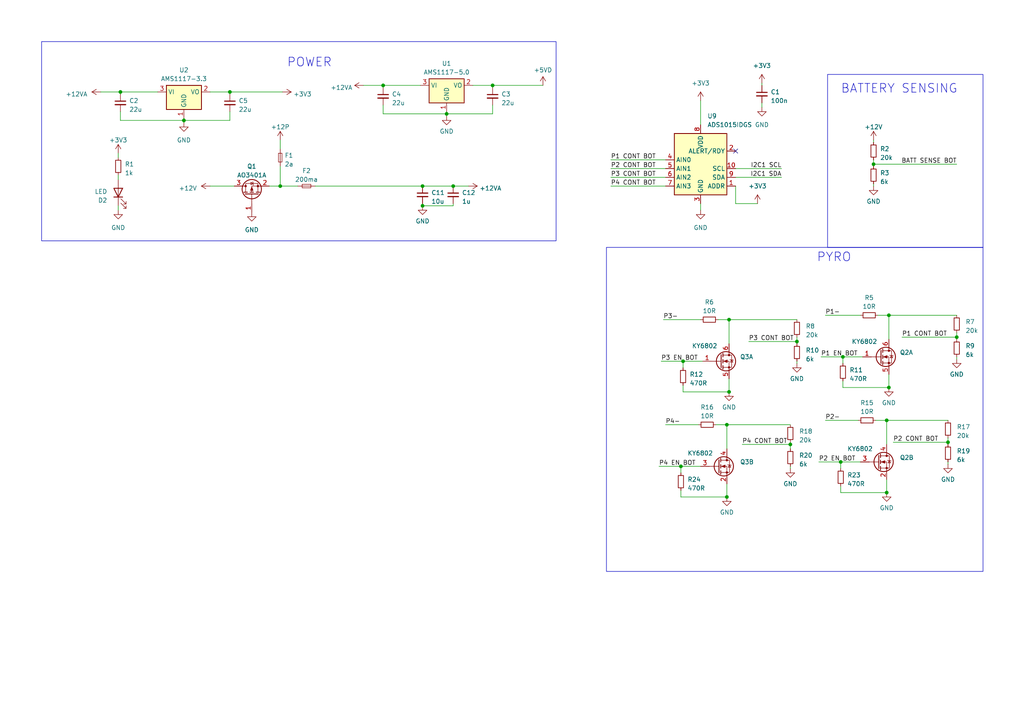
<source format=kicad_sch>
(kicad_sch (version 20230121) (generator eeschema)
  (paper "A4")
  (lib_symbols
    (symbol "Analog_ADC:ADS1015IDGS"
      (property "Reference" "U" (at 2.54 13.97 0))
      (property "Value" "ADS1015IDGS" (at 7.62 11.43 0))
      (symbol "ADS1015IDGS_0_1"
        (rectangle (start -7.62 10.16) (end 7.62 -7.62) (stroke (width 0.254)) (fill (type background)))
      )
      (symbol "ADS1015IDGS_1_1"
        (pin input line (at 10.16 -5.08 180) (length 2.54) (name "ADDR") (number "1"))
        (pin input line (at 10.16 0 180) (length 2.54) (name "SCL") (number "10"))
        (pin output line (at 10.16 5.08 180) (length 2.54) (name "ALERT/RDY") (number "2"))
        (pin power_in line (at 0 -10.16 90) (length 2.54) (name "GND") (number "3"))
        (pin input line (at -10.16 2.54 0) (length 2.54) (name "AIN0") (number "4"))
        (pin input line (at -10.16 0 0) (length 2.54) (name "AIN1") (number "5"))
        (pin input line (at -10.16 -2.54 0) (length 2.54) (name "AIN2") (number "6"))
        (pin input line (at -10.16 -5.08 0) (length 2.54) (name "AIN3") (number "7"))
        (pin power_in line (at 0 12.7 270) (length 2.54) (name "VDD") (number "8"))
        (pin bidirectional line (at 10.16 -2.54 180) (length 2.54) (name "SDA") (number "9"))
      )
    )
    (symbol "Device:C_Small" (pin_numbers hide) (pin_names (offset 0.254) hide)
      (property "Reference" "C" (at 0.254 1.778 0))
      (property "Value" "C_Small" (at 0.254 -2.032 0))
      (symbol "C_Small_0_1"
        (polyline (pts (xy -1.524 -0.508) (xy 1.524 -0.508)) (stroke (width 0.3302)))
        (polyline (pts (xy -1.524 0.508) (xy 1.524 0.508)) (stroke (width 0.3048)))
      )
      (symbol "C_Small_1_1"
        (pin passive line (at 0 2.54 270) (length 2.032) (name "~") (number "1"))
        (pin passive line (at 0 -2.54 90) (length 2.032) (name "~") (number "2"))
      )
    )
    (symbol "Device:Fuse_Small" (pin_numbers hide) (pin_names (offset 0.254) hide)
      (property "Reference" "F" (at 0 -1.524 0))
      (property "Value" "Fuse_Small" (at 0 1.524 0))
      (symbol "Fuse_Small_0_1"
        (rectangle (start -1.27 0.508) (end 1.27 -0.508))
        (polyline (pts (xy -1.27 0) (xy 1.27 0)))
      )
      (symbol "Fuse_Small_1_1"
        (pin passive line (at -2.54 0 0) (length 1.27) (name "~") (number "1"))
        (pin passive line (at 2.54 0 180) (length 1.27) (name "~") (number "2"))
      )
    )
    (symbol "Device:LED" (pin_numbers hide) (pin_names (offset 1.016) hide)
      (property "Reference" "D" (at 0 2.54 0))
      (property "Value" "LED" (at 0 -2.54 0))
      (symbol "LED_0_1"
        (polyline (pts (xy -1.27 -1.27) (xy -1.27 1.27)) (stroke (width 0.254)))
        (polyline (pts (xy -1.27 0) (xy 1.27 0)))
        (polyline (pts (xy 1.27 -1.27) (xy 1.27 1.27) (xy -1.27 0) (xy 1.27 -1.27)) (stroke (width 0.254)))
        (polyline (pts (xy -3.048 -0.762) (xy -4.572 -2.286) (xy -3.81 -2.286) (xy -4.572 -2.286) (xy -4.572 -1.524)))
        (polyline (pts (xy -1.778 -0.762) (xy -3.302 -2.286) (xy -2.54 -2.286) (xy -3.302 -2.286) (xy -3.302 -1.524)))
      )
      (symbol "LED_1_1"
        (pin passive line (at -3.81 0 0) (length 2.54) (name "K") (number "1"))
        (pin passive line (at 3.81 0 180) (length 2.54) (name "A") (number "2"))
      )
    )
    (symbol "Device:Q_Dual_NMOS_G1S2G2D2S1D1" (pin_names (offset 0) hide)
      (property "Reference" "Q" (at 6.35 1.27 0))
      (property "Value" "Q_Dual_NMOS_G1S2G2D2S1D1" (at 19.05 -1.27 0))
      (symbol "Q_Dual_NMOS_G1S2G2D2S1D1_0_1"
        (polyline (pts (xy 0.254 0) (xy -2.54 0)))
        (polyline (pts (xy 0.254 1.905) (xy 0.254 -1.905)) (stroke (width 0.254)))
        (polyline (pts (xy 0.762 -1.27) (xy 0.762 -2.286)) (stroke (width 0.254)))
        (polyline (pts (xy 0.762 0.508) (xy 0.762 -0.508)) (stroke (width 0.254)))
        (polyline (pts (xy 0.762 2.286) (xy 0.762 1.27)) (stroke (width 0.254)))
        (polyline (pts (xy 2.54 2.54) (xy 2.54 1.778)))
        (polyline (pts (xy 2.54 -2.54) (xy 2.54 0) (xy 0.762 0)))
        (polyline (pts (xy 0.762 -1.778) (xy 3.302 -1.778) (xy 3.302 1.778) (xy 0.762 1.778)))
        (polyline (pts (xy 1.016 0) (xy 2.032 0.381) (xy 2.032 -0.381) (xy 1.016 0)) (fill (type outline)))
        (polyline (pts (xy 2.794 0.508) (xy 2.921 0.381) (xy 3.683 0.381) (xy 3.81 0.254)))
        (polyline (pts (xy 3.302 0.381) (xy 2.921 -0.254) (xy 3.683 -0.254) (xy 3.302 0.381)))
        (circle (center 1.651 0) (radius 2.794) (stroke (width 0.254)))
        (circle (center 2.54 -1.778) (radius 0.254) (fill (type outline)))
        (circle (center 2.54 1.778) (radius 0.254) (fill (type outline)))
      )
      (symbol "Q_Dual_NMOS_G1S2G2D2S1D1_1_1"
        (pin input line (at -5.08 0 0) (length 2.54) (name "G") (number "1"))
        (pin passive line (at 2.54 -5.08 90) (length 2.54) (name "S") (number "5"))
        (pin passive line (at 2.54 5.08 270) (length 2.54) (name "D") (number "6"))
      )
      (symbol "Q_Dual_NMOS_G1S2G2D2S1D1_2_1"
        (pin passive line (at 2.54 -5.08 90) (length 2.54) (name "S") (number "2"))
        (pin input line (at -5.08 0 0) (length 2.54) (name "G") (number "3"))
        (pin passive line (at 2.54 5.08 270) (length 2.54) (name "D") (number "4"))
      )
    )
    (symbol "Device:R_Small" (pin_numbers hide) (pin_names (offset 0.254) hide)
      (property "Reference" "R" (at 0.762 0.508 0))
      (property "Value" "R_Small" (at 0.762 -1.016 0))
      (symbol "R_Small_0_1"
        (rectangle (start -0.762 1.778) (end 0.762 -1.778) (stroke (width 0.2032)))
      )
      (symbol "R_Small_1_1"
        (pin passive line (at 0 2.54 270) (length 0.762) (name "~") (number "1"))
        (pin passive line (at 0 -2.54 90) (length 0.762) (name "~") (number "2"))
      )
    )
    (symbol "Regulator_Linear:AMS1117-3.3"
      (property "Reference" "U" (at -3.81 3.175 0))
      (property "Value" "AMS1117-3.3" (at 0 3.175 0))
      (symbol "AMS1117-3.3_0_1"
        (rectangle (start -5.08 -5.08) (end 5.08 1.905) (stroke (width 0.254)) (fill (type background)))
      )
      (symbol "AMS1117-3.3_1_1"
        (pin power_in line (at 0 -7.62 90) (length 2.54) (name "GND") (number "1"))
        (pin power_out line (at 7.62 0 180) (length 2.54) (name "VO") (number "2"))
        (pin power_in line (at -7.62 0 0) (length 2.54) (name "VI") (number "3"))
      )
    )
    (symbol "Regulator_Linear:AMS1117-5.0"
      (property "Reference" "U" (at -3.81 3.175 0))
      (property "Value" "AMS1117-5.0" (at 0 3.175 0))
      (symbol "AMS1117-5.0_0_1"
        (rectangle (start -5.08 -5.08) (end 5.08 1.905) (stroke (width 0.254)) (fill (type background)))
      )
      (symbol "AMS1117-5.0_1_1"
        (pin power_in line (at 0 -7.62 90) (length 2.54) (name "GND") (number "1"))
        (pin power_out line (at 7.62 0 180) (length 2.54) (name "VO") (number "2"))
        (pin power_in line (at -7.62 0 0) (length 2.54) (name "VI") (number "3"))
      )
    )
    (symbol "Transistor_FET:AO3401A" (pin_names hide)
      (property "Reference" "Q" (at 5.08 1.905 0))
      (property "Value" "AO3401A" (at 5.08 0 0))
      (symbol "AO3401A_0_1"
        (polyline (pts (xy 0.254 0) (xy -2.54 0)))
        (polyline (pts (xy 0.254 1.905) (xy 0.254 -1.905)) (stroke (width 0.254)))
        (polyline (pts (xy 0.762 -1.27) (xy 0.762 -2.286)) (stroke (width 0.254)))
        (polyline (pts (xy 0.762 0.508) (xy 0.762 -0.508)) (stroke (width 0.254)))
        (polyline (pts (xy 0.762 2.286) (xy 0.762 1.27)) (stroke (width 0.254)))
        (polyline (pts (xy 2.54 2.54) (xy 2.54 1.778)))
        (polyline (pts (xy 2.54 -2.54) (xy 2.54 0) (xy 0.762 0)))
        (polyline (pts (xy 0.762 1.778) (xy 3.302 1.778) (xy 3.302 -1.778) (xy 0.762 -1.778)))
        (polyline (pts (xy 2.286 0) (xy 1.27 0.381) (xy 1.27 -0.381) (xy 2.286 0)) (fill (type outline)))
        (polyline (pts (xy 2.794 -0.508) (xy 2.921 -0.381) (xy 3.683 -0.381) (xy 3.81 -0.254)))
        (polyline (pts (xy 3.302 -0.381) (xy 2.921 0.254) (xy 3.683 0.254) (xy 3.302 -0.381)))
        (circle (center 1.651 0) (radius 2.794) (stroke (width 0.254)))
        (circle (center 2.54 -1.778) (radius 0.254) (fill (type outline)))
        (circle (center 2.54 1.778) (radius 0.254) (fill (type outline)))
      )
      (symbol "AO3401A_1_1"
        (pin input line (at -5.08 0 0) (length 2.54) (name "G") (number "1"))
        (pin passive line (at 2.54 -5.08 90) (length 2.54) (name "S") (number "2"))
        (pin passive line (at 2.54 5.08 270) (length 2.54) (name "D") (number "3"))
      )
    )
    (symbol "power:+12P" (power) (pin_names (offset 0))
      (property "Value" "+12P" (at 0 3.556 0))
      (symbol "+12P_0_1"
        (polyline (pts (xy -0.762 1.27) (xy 0 2.54)))
        (polyline (pts (xy 0 0) (xy 0 2.54)))
        (polyline (pts (xy 0 2.54) (xy 0.762 1.27)))
      )
      (symbol "+12P_1_1"
        (pin power_in line (at 0 0 90) (length 0) hide (name "+12P") (number "1"))
      )
    )
    (symbol "power:+12V" (power) (pin_names (offset 0))
      (property "Value" "+12V" (at 0 3.556 0))
      (symbol "+12V_0_1"
        (polyline (pts (xy -0.762 1.27) (xy 0 2.54)))
        (polyline (pts (xy 0 0) (xy 0 2.54)))
        (polyline (pts (xy 0 2.54) (xy 0.762 1.27)))
      )
      (symbol "+12V_1_1"
        (pin power_in line (at 0 0 90) (length 0) hide (name "+12V") (number "1"))
      )
    )
    (symbol "power:+12VA" (power) (pin_names (offset 0))
      (property "Value" "+12VA" (at 0 3.556 0))
      (symbol "+12VA_0_1"
        (polyline (pts (xy -0.762 1.27) (xy 0 2.54)))
        (polyline (pts (xy 0 0) (xy 0 2.54)))
        (polyline (pts (xy 0 2.54) (xy 0.762 1.27)))
      )
      (symbol "+12VA_1_1"
        (pin power_in line (at 0 0 90) (length 0) hide (name "+12VA") (number "1"))
      )
    )
    (symbol "power:+3V3" (power) (pin_names (offset 0))
      (property "Value" "+3V3" (at 0 3.556 0))
      (symbol "+3V3_0_1"
        (polyline (pts (xy -0.762 1.27) (xy 0 2.54)))
        (polyline (pts (xy 0 0) (xy 0 2.54)))
        (polyline (pts (xy 0 2.54) (xy 0.762 1.27)))
      )
      (symbol "+3V3_1_1"
        (pin power_in line (at 0 0 90) (length 0) hide (name "+3V3") (number "1"))
      )
    )
    (symbol "power:+5VD" (power) (pin_names (offset 0))
      (property "Value" "+5VD" (at 0 3.556 0))
      (symbol "+5VD_0_1"
        (polyline (pts (xy -0.762 1.27) (xy 0 2.54)))
        (polyline (pts (xy 0 0) (xy 0 2.54)))
        (polyline (pts (xy 0 2.54) (xy 0.762 1.27)))
      )
      (symbol "+5VD_1_1"
        (pin power_in line (at 0 0 90) (length 0) hide (name "+5VD") (number "1"))
      )
    )
    (symbol "power:GND" (power) (pin_names (offset 0))
      (property "Value" "GND" (at 0 -3.81 0))
      (symbol "GND_0_1"
        (polyline (pts (xy 0 0) (xy 0 -1.27) (xy 1.27 -1.27) (xy 0 -2.54) (xy -1.27 -1.27) (xy 0 -1.27)))
      )
      (symbol "GND_1_1"
        (pin power_in line (at 0 0 270) (length 0) hide (name "GND") (number "1"))
      )
    )
  )
  (junction (at 253.365 47.625))
  (junction (at 210.82 144.145))
  (junction (at 129.54 33.02))
  (junction (at 274.955 128.27))
  (junction (at 257.175 142.875))
  (junction (at 111.125 24.765))
  (junction (at 231.14 99.06))
  (junction (at 197.485 135.255))
  (junction (at 198.12 104.775))
  (junction (at 243.84 133.985))
  (junction (at 229.235 128.905))
  (junction (at 277.495 97.79))
  (junction (at 34.925 26.67))
  (junction (at 53.34 34.925))
  (junction (at 257.81 91.44))
  (junction (at 210.82 123.19))
  (junction (at 257.81 112.395))
  (junction (at 122.555 59.69))
  (junction (at 244.475 103.505))
  (junction (at 131.445 53.975))
  (junction (at 122.555 53.975))
  (junction (at 142.875 24.765))
  (junction (at 211.455 113.665))
  (junction (at 66.675 26.67))
  (junction (at 257.175 121.92))
  (junction (at 211.455 92.71))
  (junction (at 81.28 53.975))
  (no_connect (at 213.36 43.815))
  (wire (pts (xy 239.395 121.92) (xy 248.92 121.92)))
  (wire (pts (xy 81.28 53.975) (xy 86.36 53.975)))
  (wire (pts (xy 259.08 128.27) (xy 274.955 128.27)))
  (wire (pts (xy 244.475 105.41) (xy 244.475 103.505)))
  (wire (pts (xy 210.82 140.335) (xy 210.82 144.145)))
  (wire (pts (xy 197.485 144.145) (xy 197.485 142.24)))
  (wire (pts (xy 129.54 33.02) (xy 142.875 33.02)))
  (wire (pts (xy 66.675 26.67) (xy 81.915 26.67)))
  (wire (pts (xy 142.875 33.02) (xy 142.875 30.48)))
  (wire (pts (xy 34.925 26.67) (xy 34.925 27.305)))
  (wire (pts (xy 254 121.92) (xy 257.175 121.92)))
  (wire (pts (xy 231.14 104.775) (xy 231.14 105.41)))
  (wire (pts (xy 203.2 29.21) (xy 203.2 36.195)))
  (wire (pts (xy 177.165 51.435) (xy 193.04 51.435)))
  (wire (pts (xy 45.72 26.67) (xy 34.925 26.67)))
  (wire (pts (xy 231.14 99.06) (xy 231.14 99.695)))
  (wire (pts (xy 177.165 48.895) (xy 193.04 48.895)))
  (wire (pts (xy 142.875 24.765) (xy 142.875 25.4)))
  (wire (pts (xy 60.96 53.975) (xy 67.945 53.975)))
  (wire (pts (xy 257.175 121.92) (xy 257.175 128.905)))
  (wire (pts (xy 220.98 29.845) (xy 220.98 31.115)))
  (wire (pts (xy 105.41 24.765) (xy 111.125 24.765)))
  (wire (pts (xy 34.29 59.69) (xy 34.29 60.96)))
  (wire (pts (xy 198.12 104.775) (xy 203.835 104.775)))
  (wire (pts (xy 211.455 109.855) (xy 211.455 113.665)))
  (wire (pts (xy 210.82 123.19) (xy 210.82 130.175)))
  (wire (pts (xy 60.96 26.67) (xy 66.675 26.67)))
  (wire (pts (xy 34.29 52.07) (xy 34.29 50.8)))
  (wire (pts (xy 53.34 34.925) (xy 66.675 34.925)))
  (wire (pts (xy 192.405 92.71) (xy 203.2 92.71)))
  (wire (pts (xy 243.84 135.89) (xy 243.84 133.985)))
  (wire (pts (xy 254.635 91.44) (xy 257.81 91.44)))
  (wire (pts (xy 111.125 24.765) (xy 111.125 25.4)))
  (wire (pts (xy 191.135 135.255) (xy 197.485 135.255)))
  (wire (pts (xy 78.105 53.975) (xy 81.28 53.975)))
  (wire (pts (xy 131.445 59.69) (xy 122.555 59.69)))
  (wire (pts (xy 66.675 26.67) (xy 66.675 27.305)))
  (wire (pts (xy 177.165 53.975) (xy 193.04 53.975)))
  (wire (pts (xy 257.81 91.44) (xy 277.495 91.44)))
  (wire (pts (xy 34.925 34.925) (xy 53.34 34.925)))
  (wire (pts (xy 244.475 112.395) (xy 244.475 110.49)))
  (wire (pts (xy 213.36 59.055) (xy 219.71 59.055)))
  (wire (pts (xy 135.89 53.975) (xy 131.445 53.975)))
  (wire (pts (xy 197.485 135.255) (xy 203.2 135.255)))
  (wire (pts (xy 253.365 46.355) (xy 253.365 47.625)))
  (wire (pts (xy 211.455 92.71) (xy 211.455 99.695)))
  (wire (pts (xy 210.82 144.145) (xy 197.485 144.145)))
  (wire (pts (xy 277.495 103.505) (xy 277.495 104.14)))
  (wire (pts (xy 253.365 47.625) (xy 253.365 48.26)))
  (wire (pts (xy 253.365 40.64) (xy 253.365 41.275)))
  (wire (pts (xy 277.495 97.79) (xy 277.495 98.425)))
  (wire (pts (xy 220.98 24.13) (xy 220.98 24.765)))
  (wire (pts (xy 257.175 121.92) (xy 274.955 121.92)))
  (wire (pts (xy 131.445 59.055) (xy 131.445 59.69)))
  (wire (pts (xy 215.265 128.905) (xy 229.235 128.905)))
  (wire (pts (xy 261.62 97.79) (xy 277.495 97.79)))
  (wire (pts (xy 217.17 99.06) (xy 231.14 99.06)))
  (wire (pts (xy 34.29 44.45) (xy 34.29 45.72)))
  (wire (pts (xy 274.955 128.27) (xy 274.955 128.905)))
  (wire (pts (xy 213.36 51.435) (xy 226.695 51.435)))
  (wire (pts (xy 34.925 32.385) (xy 34.925 34.925)))
  (wire (pts (xy 66.675 34.925) (xy 66.675 32.385)))
  (wire (pts (xy 197.485 137.16) (xy 197.485 135.255)))
  (wire (pts (xy 257.81 108.585) (xy 257.81 112.395)))
  (wire (pts (xy 231.14 97.79) (xy 231.14 99.06)))
  (wire (pts (xy 91.44 53.975) (xy 122.555 53.975)))
  (wire (pts (xy 29.21 26.67) (xy 34.925 26.67)))
  (wire (pts (xy 211.455 92.71) (xy 231.14 92.71)))
  (wire (pts (xy 238.125 103.505) (xy 244.475 103.505)))
  (wire (pts (xy 137.16 24.765) (xy 142.875 24.765)))
  (wire (pts (xy 131.445 53.975) (xy 122.555 53.975)))
  (wire (pts (xy 211.455 113.665) (xy 198.12 113.665)))
  (wire (pts (xy 129.54 32.385) (xy 129.54 33.02)))
  (wire (pts (xy 207.645 123.19) (xy 210.82 123.19)))
  (wire (pts (xy 257.175 139.065) (xy 257.175 142.875)))
  (wire (pts (xy 239.395 91.44) (xy 249.555 91.44)))
  (wire (pts (xy 177.165 46.355) (xy 193.04 46.355)))
  (wire (pts (xy 229.235 128.27) (xy 229.235 128.905)))
  (wire (pts (xy 277.495 96.52) (xy 277.495 97.79)))
  (wire (pts (xy 203.2 59.055) (xy 203.2 60.96)))
  (wire (pts (xy 274.955 133.985) (xy 274.955 134.62)))
  (wire (pts (xy 121.92 24.765) (xy 111.125 24.765)))
  (wire (pts (xy 193.04 123.19) (xy 202.565 123.19)))
  (wire (pts (xy 229.235 128.905) (xy 229.235 130.175)))
  (wire (pts (xy 122.555 59.055) (xy 122.555 59.69)))
  (wire (pts (xy 243.84 133.985) (xy 249.555 133.985)))
  (wire (pts (xy 229.235 135.255) (xy 229.235 135.89)))
  (wire (pts (xy 142.875 24.765) (xy 157.48 24.765)))
  (wire (pts (xy 213.36 48.895) (xy 226.695 48.895)))
  (wire (pts (xy 213.36 53.975) (xy 213.36 59.055)))
  (wire (pts (xy 257.81 112.395) (xy 244.475 112.395)))
  (wire (pts (xy 274.955 127) (xy 274.955 128.27)))
  (wire (pts (xy 81.28 40.64) (xy 81.28 43.18)))
  (wire (pts (xy 53.34 34.29) (xy 53.34 34.925)))
  (wire (pts (xy 210.82 123.19) (xy 229.235 123.19)))
  (wire (pts (xy 198.12 113.665) (xy 198.12 111.76)))
  (wire (pts (xy 257.175 142.875) (xy 243.84 142.875)))
  (wire (pts (xy 81.28 48.26) (xy 81.28 53.975)))
  (wire (pts (xy 111.125 30.48) (xy 111.125 33.02)))
  (wire (pts (xy 208.28 92.71) (xy 211.455 92.71)))
  (wire (pts (xy 53.34 35.56) (xy 53.34 34.925)))
  (wire (pts (xy 129.54 33.655) (xy 129.54 33.02)))
  (wire (pts (xy 198.12 106.68) (xy 198.12 104.775)))
  (wire (pts (xy 253.365 53.34) (xy 253.365 53.975)))
  (wire (pts (xy 257.81 91.44) (xy 257.81 98.425)))
  (wire (pts (xy 237.49 133.985) (xy 243.84 133.985)))
  (wire (pts (xy 244.475 103.505) (xy 250.19 103.505)))
  (wire (pts (xy 191.77 104.775) (xy 198.12 104.775)))
  (wire (pts (xy 243.84 142.875) (xy 243.84 140.97)))
  (wire (pts (xy 111.125 33.02) (xy 129.54 33.02)))
  (wire (pts (xy 253.365 47.625) (xy 277.495 47.625)))
  (rectangle (start 12.065 12.065) (end 161.29 69.85))
  (rectangle (start 175.895 71.755) (end 285.115 165.735))
  (rectangle (start 240.03 21.59) (end 285.115 71.755))
  (text "POWER\n" (at 83.185 19.685 0) (effects (font (size 2.54 2.54)) (justify left bottom)))
  (text "PYRO" (at 236.855 76.2 0) (effects (font (size 2.54 2.54)) (justify left bottom)))
  (text "BATTERY SENSING" (at 243.84 27.305 0) (effects (font (size 2.54 2.54)) (justify left bottom)))
  (label "P2-" (at 239.395 121.92 0))
  (label "P4 CONT BOT" (at 177.165 53.975 0))
  (label "P3 EN BOT" (at 191.77 104.775 0))
  (label "BATT SENSE BOT" (at 277.495 47.625 180))
  (label "P4 EN BOT" (at 191.135 135.255 0))
  (label "I2C1 SCL" (at 226.695 48.895 180))
  (label "P4-" (at 193.04 123.19 0))
  (label "P1-" (at 239.395 91.44 0))
  (label "P3 CONT BOT" (at 217.17 99.06 0))
  (label "P2 EN BOT" (at 237.49 133.985 0))
  (label "P1 CONT BOT" (at 261.62 97.79 0))
  (label "P2 CONT BOT" (at 259.08 128.27 0))
  (label "P3 CONT BOT" (at 177.165 51.435 0))
  (label "I2C1 SDA" (at 226.695 51.435 180))
  (label "P1 CONT BOT" (at 177.165 46.355 0))
  (label "P1 EN BOT" (at 238.125 103.505 0))
  (label "P3-" (at 192.405 92.71 0))
  (label "P4 CONT BOT" (at 215.265 128.905 0))
  (label "P2 CONT BOT" (at 177.165 48.895 0))
  (symbol (lib_id "Device:R_Small") (at 252.095 91.44 90) (unit 1)
    (property "Reference" "R5" (at 252.095 86.36 90))
    (property "Value" "10R" (at 252.095 88.9 90))
    (property "Footprint" "Resistor_SMD:R_0402_1005Metric" (effects hide))
    (instances (project "Lyrav3" (path "" (reference "R5") (unit 1)) (path "" (reference "R17") (unit 1))) (project "Lyra V2" (path "" (reference "R5") (unit 1))))
  )
  (symbol (lib_id "power:+12VA") (at 105.41 24.765 90) (unit 1)
    (property "Reference" "#PWR03" (effects hide))
    (property "Value" "+12VA" (at 102.235 25.4 90) (effects (justify left)))
    (instances (project "Lyrav3" (path "" (reference "#PWR03") (unit 1)) (path "" (reference "#PWR081") (unit 1))) (project "Lyra V2" (path "" (reference "#PWR022") (unit 1))))
  )
  (symbol (lib_id "Device:R_Small") (at 277.495 100.965 0) (unit 1)
    (property "Reference" "R9" (at 280.035 100.33 0) (effects (justify left)))
    (property "Value" "6k" (at 280.035 102.87 0) (effects (justify left)))
    (property "Footprint" "Resistor_SMD:R_0402_1005Metric" (effects hide))
    (instances (project "Lyrav3" (path "" (reference "R9") (unit 1)) (path "" (reference "R27") (unit 1))) (project "Lyra V2" (path "" (reference "R9") (unit 1))))
  )
  (symbol (lib_id "power:GND") (at 34.29 60.96 0) (unit 1)
    (property "Reference" "#PWR031" (effects hide))
    (property "Value" "GND" (at 34.29 66.04 0))
    (instances (project "Lyrav3" (path "" (reference "#PWR031") (unit 1)) (path "" (reference "#PWR06") (unit 1))) (project "Lyra V2" (path "" (reference "#PWR04") (unit 1))))
  )
  (symbol (lib_id "power:GND") (at 211.455 113.665 0) (unit 1)
    (property "Reference" "#PWR062" (effects hide))
    (property "Value" "GND" (at 211.455 118.11 0))
    (instances (project "Lyrav3" (path "" (reference "#PWR062") (unit 1)) (path "" (reference "#PWR061") (unit 1))) (project "Lyra V2" (path "" (reference "#PWR034") (unit 1))))
  )
  (symbol (lib_id "Device:C_Small") (at 111.125 27.94 0) (unit 1)
    (property "Reference" "C4" (at 113.665 27.3113 0) (effects (justify left)))
    (property "Value" "22u" (at 113.665 29.8513 0) (effects (justify left)))
    (property "Footprint" "Capacitor_SMD:C_0603_1608Metric" (effects hide))
    (instances (project "Lyrav3" (path "" (reference "C4") (unit 1)) (path "" (reference "C4") (unit 1))) (project "Lyra V2" (path "" (reference "C2") (unit 1))))
  )
  (symbol (lib_id "power:+3V3") (at 219.71 59.055 0) (unit 1)
    (property "Reference" "#PWR094" (effects hide))
    (property "Value" "+3V3" (at 219.71 53.975 0))
    (instances (project "Lyrav3" (path "" (reference "#PWR094") (unit 1)) (path "" (reference "#PWR010") (unit 1))))
  )
  (symbol (lib_id "power:GND") (at 253.365 53.975 0) (unit 1)
    (property "Reference" "#PWR046" (effects hide))
    (property "Value" "GND" (at 253.365 58.42 0))
    (instances (project "Lyrav3" (path "" (reference "#PWR046") (unit 1)) (path "" (reference "#PWR068") (unit 1))) (project "Lyra V2" (path "" (reference "#PWR047") (unit 1))))
  )
  (symbol (lib_id "Transistor_FET:AO3401A") (at 73.025 56.515 90) (unit 1)
    (property "Reference" "Q1" (at 73.025 48.26 90))
    (property "Value" "AO3401A" (at 73.025 50.8 90))
    (property "Footprint" "Package_TO_SOT_SMD:SOT-23" (effects hide))
    (property "Datasheet" "http://www.aosmd.com/pdfs/datasheet/AO3401A.pdf" (effects hide))
    (property "LCSC Part" "C306862" (effects hide))
  )
  (symbol (lib_id "Device:Q_Dual_NMOS_G1S2G2D2S1D1") (at 208.915 104.775 0) (unit 1)
    (property "Reference" "Q3" (at 214.63 103.505 0) (effects (justify left)))
    (property "Value" "KY6802" (at 200.66 100.33 0) (effects (justify left)))
    (property "Footprint" "easyeda2kicad:SOT-23-6_L2.9-W1.6-P0.95-LS2.8-BL" (effects hide))
    (property "LCSC Part" "C3029282" (effects hide))
    (instances (project "Lyrav3" (path "" (reference "Q3") (unit 1)) (path "" (reference "Q2") (unit 1))))
  )
  (symbol (lib_id "Device:C_Small") (at 142.875 27.94 0) (unit 1)
    (property "Reference" "C3" (at 145.415 27.3113 0) (effects (justify left)))
    (property "Value" "22u" (at 145.415 29.8513 0) (effects (justify left)))
    (property "Footprint" "Capacitor_SMD:C_0603_1608Metric" (effects hide))
    (instances (project "Lyrav3" (path "" (reference "C3") (unit 1)) (path "" (reference "C12") (unit 1))) (project "Lyra V2" (path "" (reference "C8") (unit 1))))
  )
  (symbol (lib_id "Device:R_Small") (at 274.955 124.46 0) (unit 1)
    (property "Reference" "R17" (at 277.495 123.825 0) (effects (justify left)))
    (property "Value" "20k" (at 277.495 126.365 0) (effects (justify left)))
    (property "Footprint" "Resistor_SMD:R_0402_1005Metric" (effects hide))
    (instances (project "Lyrav3" (path "" (reference "R17") (unit 1)) (path "" (reference "R20") (unit 1))) (project "Lyra V2" (path "" (reference "R6") (unit 1))))
  )
  (symbol (lib_id "power:+3V3") (at 203.2 29.21 0) (unit 1)
    (property "Reference" "#PWR066" (effects hide))
    (property "Value" "+3V3" (at 203.2 24.13 0))
    (instances (project "Lyrav3" (path "" (reference "#PWR066") (unit 1)) (path "" (reference "#PWR04") (unit 1))))
  )
  (symbol (lib_id "power:+12P") (at 81.28 40.64 0) (unit 1)
    (property "Reference" "#PWR016" (effects hide))
    (property "Value" "+12P" (at 81.28 36.83 0))
    (instances (project "Lyrav3" (path "" (reference "#PWR016") (unit 1)) (path "" (reference "#PWR078") (unit 1))) (project "Lyra V2" (path "" (reference "#PWR010") (unit 1))))
  )
  (symbol (lib_id "Device:C_Small") (at 122.555 56.515 0) (unit 1)
    (property "Reference" "C11" (at 125.095 55.8863 0) (effects (justify left)))
    (property "Value" "10u" (at 125.095 58.4263 0) (effects (justify left)))
    (property "Footprint" "Capacitor_SMD:C_0603_1608Metric" (effects hide))
    (instances (project "Lyrav3" (path "" (reference "C11") (unit 1)) (path "" (reference "C5") (unit 1))) (project "Lyra V2" (path "" (reference "C6") (unit 1))))
  )
  (symbol (lib_id "power:GND") (at 229.235 135.89 0) (unit 1)
    (property "Reference" "#PWR068" (effects hide))
    (property "Value" "GND" (at 229.235 140.335 0))
    (instances (project "Lyrav3" (path "" (reference "#PWR068") (unit 1)) (path "" (reference "#PWR062") (unit 1))) (project "Lyra V2" (path "" (reference "#PWR040") (unit 1))))
  )
  (symbol (lib_id "Device:Q_Dual_NMOS_G1S2G2D2S1D1") (at 255.27 103.505 0) (unit 1)
    (property "Reference" "Q2" (at 260.985 102.235 0) (effects (justify left)))
    (property "Value" "KY6802" (at 247.015 99.06 0) (effects (justify left)))
    (property "Footprint" "easyeda2kicad:SOT-23-6_L2.9-W1.6-P0.95-LS2.8-BL" (effects hide))
    (property "LCSC Part" "C3029282" (effects hide))
    (instances (project "Lyrav3" (path "" (reference "Q2") (unit 1)) (path "" (reference "Q3") (unit 1))))
  )
  (symbol (lib_id "Device:R_Small") (at 205.74 92.71 90) (unit 1)
    (property "Reference" "R6" (at 205.74 87.63 90))
    (property "Value" "10R" (at 205.74 90.17 90))
    (property "Footprint" "Resistor_SMD:R_0402_1005Metric" (effects hide))
    (instances (project "Lyrav3" (path "" (reference "R6") (unit 1)) (path "" (reference "R7") (unit 1))) (project "Lyra V2" (path "" (reference "R5") (unit 1))))
  )
  (symbol (lib_id "power:GND") (at 203.2 60.96 0) (unit 1)
    (property "Reference" "#PWR080" (effects hide))
    (property "Value" "GND" (at 203.2 66.04 0))
    (instances (project "Lyrav3" (path "" (reference "#PWR080") (unit 1)) (path "" (reference "#PWR09") (unit 1))))
  )
  (symbol (lib_id "Device:Q_Dual_NMOS_G1S2G2D2S1D1") (at 254.635 133.985 0) (unit 2)
    (property "Reference" "Q2" (at 260.985 132.715 0) (effects (justify left)))
    (property "Value" "KY6802" (at 245.745 130.175 0) (effects (justify left)))
    (property "Footprint" "easyeda2kicad:SOT-23-6_L2.9-W1.6-P0.95-LS2.8-BL" (effects hide))
    (property "LCSC Part" "C3029282" (effects hide))
    (instances (project "Lyrav3" (path "" (reference "Q2") (unit 2)) (path "" (reference "Q3") (unit 2))))
  )
  (symbol (lib_id "power:+12V") (at 253.365 40.64 0) (unit 1)
    (property "Reference" "#PWR041" (effects hide))
    (property "Value" "+12V" (at 253.365 36.83 0))
    (instances (project "Lyrav3" (path "" (reference "#PWR041") (unit 1)) (path "" (reference "#PWR067") (unit 1))) (project "Lyra V2" (path "" (reference "#PWR046") (unit 1))))
  )
  (symbol (lib_id "Device:R_Small") (at 34.29 48.26 180) (unit 1)
    (property "Reference" "R1" (at 36.195 47.625 0) (effects (justify right)))
    (property "Value" "1k" (at 36.195 50.165 0) (effects (justify right)))
    (property "Footprint" "Resistor_SMD:R_0402_1005Metric" (effects hide))
  )
  (symbol (lib_id "Device:R_Small") (at 231.14 102.235 0) (unit 1)
    (property "Reference" "R10" (at 233.68 101.6 0) (effects (justify left)))
    (property "Value" "6k" (at 233.68 104.14 0) (effects (justify left)))
    (property "Footprint" "Resistor_SMD:R_0402_1005Metric" (effects hide))
    (instances (project "Lyrav3" (path "" (reference "R10") (unit 1)) (path "" (reference "R11") (unit 1))) (project "Lyra V2" (path "" (reference "R9") (unit 1))))
  )
  (symbol (lib_id "Device:R_Small") (at 274.955 131.445 0) (unit 1)
    (property "Reference" "R19" (at 277.495 130.81 0) (effects (justify left)))
    (property "Value" "6k" (at 277.495 133.35 0) (effects (justify left)))
    (property "Footprint" "Resistor_SMD:R_0402_1005Metric" (effects hide))
    (instances (project "Lyrav3" (path "" (reference "R19") (unit 1)) (path "" (reference "R23") (unit 1))) (project "Lyra V2" (path "" (reference "R7") (unit 1))))
  )
  (symbol (lib_id "Device:R_Small") (at 244.475 107.95 180) (unit 1)
    (property "Reference" "R11" (at 246.38 107.315 0) (effects (justify right)))
    (property "Value" "470R" (at 246.38 109.855 0) (effects (justify right)))
    (property "Footprint" "Resistor_SMD:R_0402_1005Metric" (effects hide))
    (instances (project "Lyrav3" (path "" (reference "R11") (unit 1)) (path "" (reference "R15") (unit 1))) (project "Lyra V2" (path "" (reference "R3") (unit 1))))
  )
  (symbol (lib_id "power:+3V3") (at 81.915 26.67 270) (unit 1)
    (property "Reference" "#PWR06" (effects hide))
    (property "Value" "+3V3" (at 85.09 27.305 90) (effects (justify left)))
    (instances (project "Lyrav3" (path "" (reference "#PWR06") (unit 1)) (path "" (reference "#PWR080") (unit 1))) (project "Lyra V2" (path "" (reference "#PWR011") (unit 1))))
  )
  (symbol (lib_id "Device:R_Small") (at 251.46 121.92 90) (unit 1)
    (property "Reference" "R15" (at 251.46 116.84 90))
    (property "Value" "10R" (at 251.46 119.38 90))
    (property "Footprint" "Resistor_SMD:R_0402_1005Metric" (effects hide))
    (instances (project "Lyrav3" (path "" (reference "R15") (unit 1)) (path "" (reference "R16") (unit 1))) (project "Lyra V2" (path "" (reference "R4") (unit 1))))
  )
  (symbol (lib_id "Device:Q_Dual_NMOS_G1S2G2D2S1D1") (at 208.28 135.255 0) (unit 2)
    (property "Reference" "Q3" (at 214.63 133.985 0) (effects (justify left)))
    (property "Value" "KY6802" (at 199.39 131.445 0) (effects (justify left)))
    (property "Footprint" "easyeda2kicad:SOT-23-6_L2.9-W1.6-P0.95-LS2.8-BL" (effects hide))
    (property "LCSC Part" "C3029282" (effects hide))
    (instances (project "Lyrav3" (path "" (reference "Q3") (unit 2)) (path "" (reference "Q2") (unit 2))))
  )
  (symbol (lib_id "Regulator_Linear:AMS1117-5.0") (at 129.54 24.765 0) (unit 1)
    (property "Reference" "U1" (at 129.54 18.415 0))
    (property "Value" "AMS1117-5.0" (at 129.54 20.955 0))
    (property "Footprint" "Package_TO_SOT_SMD:SOT-89-3" (effects hide))
    (property "Datasheet" "http://www.advanced-monolithic.com/pdf/ds1117.pdf" (effects hide))
    (property "LCSC Part" "C351450" (effects hide))
    (instances (project "Lyrav3" (path "" (reference "U1") (unit 1)) (path "" (reference "U2") (unit 1))))
  )
  (symbol (lib_id "Analog_ADC:ADS1015IDGS") (at 203.2 48.895 0) (unit 1)
    (property "Reference" "U9" (at 205.1559 33.655 0) (effects (justify left)))
    (property "Value" "ADS1015IDGS" (at 205.1559 36.195 0) (effects (justify left)))
    (property "Footprint" "easyeda2kicad:X2QFN-10_L2.0-W1.5-P0.50-BL" (effects hide))
    (property "Datasheet" "http://www.ti.com/lit/ds/symlink/ads1015.pdf" (effects hide))
    (property "LCSC Part" "C468259" (effects hide))
  )
  (symbol (lib_id "power:GND") (at 220.98 31.115 0) (unit 1)
    (property "Reference" "#PWR0118" (effects hide))
    (property "Value" "GND" (at 220.98 36.195 0))
    (instances (project "Lyrav3" (path "" (reference "#PWR0118") (unit 1)) (path "" (reference "#PWR018") (unit 1))))
  )
  (symbol (lib_id "Device:Fuse_Small") (at 81.28 45.72 90) (unit 1)
    (property "Reference" "F1" (at 82.55 45.085 90) (effects (justify right)))
    (property "Value" "2a" (at 82.55 47.625 90) (effects (justify right)))
    (property "Footprint" "Fuse:Fuse_1812_4532Metric" (effects hide))
  )
  (symbol (lib_id "Device:R_Small") (at 198.12 109.22 180) (unit 1)
    (property "Reference" "R12" (at 200.025 108.585 0) (effects (justify right)))
    (property "Value" "470R" (at 200.025 111.125 0) (effects (justify right)))
    (property "Footprint" "Resistor_SMD:R_0402_1005Metric" (effects hide))
    (instances (project "Lyrav3" (path "" (reference "R12") (unit 1)) (path "" (reference "R5") (unit 1))) (project "Lyra V2" (path "" (reference "R3") (unit 1))))
  )
  (symbol (lib_id "Device:R_Small") (at 231.14 95.25 0) (unit 1)
    (property "Reference" "R8" (at 233.68 94.615 0) (effects (justify left)))
    (property "Value" "20k" (at 233.68 97.155 0) (effects (justify left)))
    (property "Footprint" "Resistor_SMD:R_0402_1005Metric" (effects hide))
    (instances (project "Lyrav3" (path "" (reference "R8") (unit 1)) (path "" (reference "R10") (unit 1))) (project "Lyra V2" (path "" (reference "R8") (unit 1))))
  )
  (symbol (lib_id "Device:R_Small") (at 197.485 139.7 180) (unit 1)
    (property "Reference" "R24" (at 199.39 139.065 0) (effects (justify right)))
    (property "Value" "470R" (at 199.39 141.605 0) (effects (justify right)))
    (property "Footprint" "Resistor_SMD:R_0402_1005Metric" (effects hide))
    (instances (project "Lyrav3" (path "" (reference "R24") (unit 1)) (path "" (reference "R4") (unit 1))) (project "Lyra V2" (path "" (reference "R2") (unit 1))))
  )
  (symbol (lib_id "power:GND") (at 257.81 112.395 0) (unit 1)
    (property "Reference" "#PWR061" (effects hide))
    (property "Value" "GND" (at 257.81 116.84 0))
    (instances (project "Lyrav3" (path "" (reference "#PWR061") (unit 1)) (path "" (reference "#PWR071") (unit 1))) (project "Lyra V2" (path "" (reference "#PWR034") (unit 1))))
  )
  (symbol (lib_id "Device:R_Small") (at 229.235 132.715 0) (unit 1)
    (property "Reference" "R20" (at 231.775 132.08 0) (effects (justify left)))
    (property "Value" "6k" (at 231.775 134.62 0) (effects (justify left)))
    (property "Footprint" "Resistor_SMD:R_0402_1005Metric" (effects hide))
    (instances (project "Lyrav3" (path "" (reference "R20") (unit 1)) (path "" (reference "R9") (unit 1))) (project "Lyra V2" (path "" (reference "R7") (unit 1))))
  )
  (symbol (lib_id "Device:R_Small") (at 229.235 125.73 0) (unit 1)
    (property "Reference" "R18" (at 231.775 125.095 0) (effects (justify left)))
    (property "Value" "20k" (at 231.775 127.635 0) (effects (justify left)))
    (property "Footprint" "Resistor_SMD:R_0402_1005Metric" (effects hide))
    (instances (project "Lyrav3" (path "" (reference "R18") (unit 1)) (path "" (reference "R8") (unit 1))) (project "Lyra V2" (path "" (reference "R6") (unit 1))))
  )
  (symbol (lib_id "power:GND") (at 231.14 105.41 0) (unit 1)
    (property "Reference" "#PWR057" (effects hide))
    (property "Value" "GND" (at 231.14 109.855 0))
    (instances (project "Lyrav3" (path "" (reference "#PWR057") (unit 1)) (path "" (reference "#PWR066") (unit 1))) (project "Lyra V2" (path "" (reference "#PWR041") (unit 1))))
  )
  (symbol (lib_id "power:+3V3") (at 220.98 24.13 0) (unit 1)
    (property "Reference" "#PWR0117" (effects hide))
    (property "Value" "+3V3" (at 220.98 19.05 0))
    (instances (project "Lyrav3" (path "" (reference "#PWR0117") (unit 1)) (path "" (reference "#PWR014") (unit 1))))
  )
  (symbol (lib_id "power:GND") (at 122.555 59.69 0) (unit 1)
    (property "Reference" "#PWR028" (effects hide))
    (property "Value" "GND" (at 122.555 64.135 0))
    (instances (project "Lyrav3" (path "" (reference "#PWR028") (unit 1)) (path "" (reference "#PWR083") (unit 1))) (project "Lyra V2" (path "" (reference "#PWR024") (unit 1))))
  )
  (symbol (lib_id "power:GND") (at 73.025 61.595 0) (unit 1)
    (property "Reference" "#PWR032" (effects hide))
    (property "Value" "GND" (at 73.025 66.675 0))
    (instances (project "Lyrav3" (path "" (reference "#PWR032") (unit 1)) (path "" (reference "#PWR031") (unit 1))) (project "Lyra V2" (path "" (reference "#PWR09") (unit 1))))
  )
  (symbol (lib_id "power:+3V3") (at 34.29 44.45 0) (unit 1)
    (property "Reference" "#PWR019" (effects hide))
    (property "Value" "+3V3" (at 34.29 40.64 0))
    (instances (project "Lyrav3" (path "" (reference "#PWR019") (unit 1)) (path "" (reference "#PWR05") (unit 1))) (project "Lyra V2" (path "" (reference "#PWR03") (unit 1))))
  )
  (symbol (lib_id "Device:R_Small") (at 253.365 43.815 0) (unit 1)
    (property "Reference" "R2" (at 255.27 43.18 0) (effects (justify left)))
    (property "Value" "20k" (at 255.27 45.72 0) (effects (justify left)))
    (property "Footprint" "Resistor_SMD:R_0402_1005Metric" (effects hide))
    (instances (project "Lyrav3" (path "" (reference "R2") (unit 1)) (path "" (reference "R18") (unit 1))) (project "Lyra V2" (path "" (reference "R10") (unit 1))))
  )
  (symbol (lib_id "Device:C_Small") (at 220.98 27.305 0) (unit 1)
    (property "Reference" "C1" (at 223.52 26.6763 0) (effects (justify left)))
    (property "Value" "100n" (at 223.52 29.2163 0) (effects (justify left)))
    (property "Footprint" "Capacitor_SMD:C_0402_1005Metric" (effects hide))
    (instances (project "Lyrav3" (path "" (reference "C1") (unit 1)) (path "" (reference "C1") (unit 1))) (project "Lyra V2" (path "" (reference "C30") (unit 1))))
  )
  (symbol (lib_id "Device:Fuse_Small") (at 88.9 53.975 0) (unit 1)
    (property "Reference" "F2" (at 88.9 49.53 0))
    (property "Value" "200ma" (at 88.9 52.07 0))
    (property "Footprint" "Fuse:Fuse_0805_2012Metric" (effects hide))
    (property "LCSC Part" "C883104" (effects hide))
  )
  (symbol (lib_id "Device:C_Small") (at 131.445 56.515 0) (unit 1)
    (property "Reference" "C12" (at 133.985 55.8863 0) (effects (justify left)))
    (property "Value" "1u" (at 133.985 58.4263 0) (effects (justify left)))
    (property "Footprint" "Capacitor_SMD:C_0402_1005Metric" (effects hide))
    (instances (project "Lyrav3" (path "" (reference "C12") (unit 1)) (path "" (reference "C11") (unit 1))) (project "Lyra V2" (path "" (reference "C7") (unit 1))))
  )
  (symbol (lib_id "power:+12V") (at 60.96 53.975 90) (unit 1)
    (property "Reference" "#PWR024" (effects hide))
    (property "Value" "+12V" (at 57.15 54.61 90) (effects (justify left)))
    (instances (project "Lyrav3" (path "" (reference "#PWR024") (unit 1)) (path "" (reference "#PWR016") (unit 1))) (project "Lyra V2" (path "" (reference "#PWR026") (unit 1))))
  )
  (symbol (lib_id "Device:R_Small") (at 253.365 50.8 0) (unit 1)
    (property "Reference" "R3" (at 255.27 50.165 0) (effects (justify left)))
    (property "Value" "6k" (at 255.27 52.705 0) (effects (justify left)))
    (property "Footprint" "Resistor_SMD:R_0402_1005Metric" (effects hide))
    (instances (project "Lyrav3" (path "" (reference "R3") (unit 1)) (path "" (reference "R19") (unit 1))) (project "Lyra V2" (path "" (reference "R11") (unit 1))))
  )
  (symbol (lib_id "Regulator_Linear:AMS1117-3.3") (at 53.34 26.67 0) (unit 1)
    (property "Reference" "U2" (at 53.34 20.32 0))
    (property "Value" "AMS1117-3.3" (at 53.34 22.86 0))
    (property "Footprint" "Package_TO_SOT_SMD:SOT-89-3" (effects hide))
    (property "Datasheet" "http://www.advanced-monolithic.com/pdf/ds1117.pdf" (effects hide))
    (property "LCSC Part" "C5345982" (effects hide))
    (instances (project "Lyrav3" (path "" (reference "U2") (unit 1)) (path "" (reference "U1") (unit 1))))
  )
  (symbol (lib_id "Device:LED") (at 34.29 55.88 90) (unit 1)
    (property "Reference" "D2" (at 31.115 58.1025 90) (effects (justify left)))
    (property "Value" "LED" (at 31.115 55.5625 90) (effects (justify left)))
    (property "Footprint" "LED_SMD:LED_0805_2012Metric" (effects hide))
  )
  (symbol (lib_id "Device:R_Small") (at 277.495 93.98 0) (unit 1)
    (property "Reference" "R7" (at 280.035 93.345 0) (effects (justify left)))
    (property "Value" "20k" (at 280.035 95.885 0) (effects (justify left)))
    (property "Footprint" "Resistor_SMD:R_0402_1005Metric" (effects hide))
    (instances (project "Lyrav3" (path "" (reference "R7") (unit 1)) (path "" (reference "R24") (unit 1))) (project "Lyra V2" (path "" (reference "R8") (unit 1))))
  )
  (symbol (lib_id "power:GND") (at 277.495 104.14 0) (unit 1)
    (property "Reference" "#PWR056" (effects hide))
    (property "Value" "GND" (at 277.495 108.585 0))
    (instances (project "Lyrav3" (path "" (reference "#PWR056") (unit 1)) (path "" (reference "#PWR077") (unit 1))) (project "Lyra V2" (path "" (reference "#PWR041") (unit 1))))
  )
  (symbol (lib_id "Device:C_Small") (at 66.675 29.845 0) (unit 1)
    (property "Reference" "C5" (at 69.215 29.2163 0) (effects (justify left)))
    (property "Value" "22u" (at 69.215 31.7563 0) (effects (justify left)))
    (property "Footprint" "Capacitor_SMD:C_0603_1608Metric" (effects hide))
    (instances (project "Lyrav3" (path "" (reference "C5") (unit 1)) (path "" (reference "C3") (unit 1))) (project "Lyra V2" (path "" (reference "C2") (unit 1))))
  )
  (symbol (lib_id "power:+12VA") (at 135.89 53.975 270) (unit 1)
    (property "Reference" "#PWR025" (effects hide))
    (property "Value" "+12VA" (at 139.065 54.61 90) (effects (justify left)))
    (instances (project "Lyrav3" (path "" (reference "#PWR025") (unit 1)) (path "" (reference "#PWR087") (unit 1))) (project "Lyra V2" (path "" (reference "#PWR08") (unit 1))))
  )
  (symbol (lib_id "power:+12VA") (at 29.21 26.67 90) (unit 1)
    (property "Reference" "#PWR05" (effects hide))
    (property "Value" "+12VA" (at 25.4 27.305 90) (effects (justify left)))
    (instances (project "Lyrav3" (path "" (reference "#PWR05") (unit 1)) (path "" (reference "#PWR03") (unit 1))) (project "Lyra V2" (path "" (reference "#PWR01") (unit 1))))
  )
  (symbol (lib_id "power:GND") (at 257.175 142.875 0) (unit 1)
    (property "Reference" "#PWR070" (effects hide))
    (property "Value" "GND" (at 257.175 147.32 0))
    (instances (project "Lyrav3" (path "" (reference "#PWR070") (unit 1)) (path "" (reference "#PWR070") (unit 1))) (project "Lyra V2" (path "" (reference "#PWR033") (unit 1))))
  )
  (symbol (lib_id "Device:C_Small") (at 34.925 29.845 0) (unit 1)
    (property "Reference" "C2" (at 37.465 29.2163 0) (effects (justify left)))
    (property "Value" "22u" (at 37.465 31.7563 0) (effects (justify left)))
    (property "Footprint" "Capacitor_SMD:C_0603_1608Metric" (effects hide))
  )
  (symbol (lib_id "power:GND") (at 129.54 33.655 0) (unit 1)
    (property "Reference" "#PWR09" (effects hide))
    (property "Value" "GND" (at 129.54 38.1 0))
    (instances (project "Lyrav3" (path "" (reference "#PWR09") (unit 1)) (path "" (reference "#PWR084") (unit 1))) (project "Lyra V2" (path "" (reference "#PWR025") (unit 1))))
  )
  (symbol (lib_id "power:GND") (at 53.34 35.56 0) (unit 1)
    (property "Reference" "#PWR011" (effects hide))
    (property "Value" "GND" (at 53.34 40.64 0))
    (instances (project "Lyrav3" (path "" (reference "#PWR011") (unit 1)) (path "" (reference "#PWR011") (unit 1))) (project "Lyra V2" (path "" (reference "#PWR06") (unit 1))))
  )
  (symbol (lib_id "power:+5VD") (at 157.48 24.765 0) (unit 1)
    (property "Reference" "#PWR04" (effects hide))
    (property "Value" "+5VD" (at 157.48 20.32 0))
    (instances (project "Lyrav3" (path "" (reference "#PWR04") (unit 1)) (path "" (reference "#PWR090") (unit 1))))
  )
  (symbol (lib_id "Device:R_Small") (at 243.84 138.43 180) (unit 1)
    (property "Reference" "R23" (at 245.745 137.795 0) (effects (justify right)))
    (property "Value" "470R" (at 245.745 140.335 0) (effects (justify right)))
    (property "Footprint" "Resistor_SMD:R_0402_1005Metric" (effects hide))
    (instances (project "Lyrav3" (path "" (reference "R23") (unit 1)) (path "" (reference "R12") (unit 1))) (project "Lyra V2" (path "" (reference "R2") (unit 1))))
  )
  (symbol (lib_id "Device:R_Small") (at 205.105 123.19 90) (unit 1)
    (property "Reference" "R16" (at 205.105 118.11 90))
    (property "Value" "10R" (at 205.105 120.65 90))
    (property "Footprint" "Resistor_SMD:R_0402_1005Metric" (effects hide))
    (instances (project "Lyrav3" (path "" (reference "R16") (unit 1)) (path "" (reference "R6") (unit 1))) (project "Lyra V2" (path "" (reference "R4") (unit 1))))
  )
  (symbol (lib_id "power:GND") (at 274.955 134.62 0) (unit 1)
    (property "Reference" "#PWR067" (effects hide))
    (property "Value" "GND" (at 274.955 139.065 0))
    (instances (project "Lyrav3" (path "" (reference "#PWR067") (unit 1)) (path "" (reference "#PWR073") (unit 1))) (project "Lyra V2" (path "" (reference "#PWR040") (unit 1))))
  )
  (symbol (lib_id "power:GND") (at 210.82 144.145 0) (unit 1)
    (property "Reference" "#PWR071" (effects hide))
    (property "Value" "GND" (at 210.82 148.59 0))
    (instances (project "Lyrav3" (path "" (reference "#PWR071") (unit 1)) (path "" (reference "#PWR060") (unit 1))) (project "Lyra V2" (path "" (reference "#PWR033") (unit 1))))
  )
)
</source>
